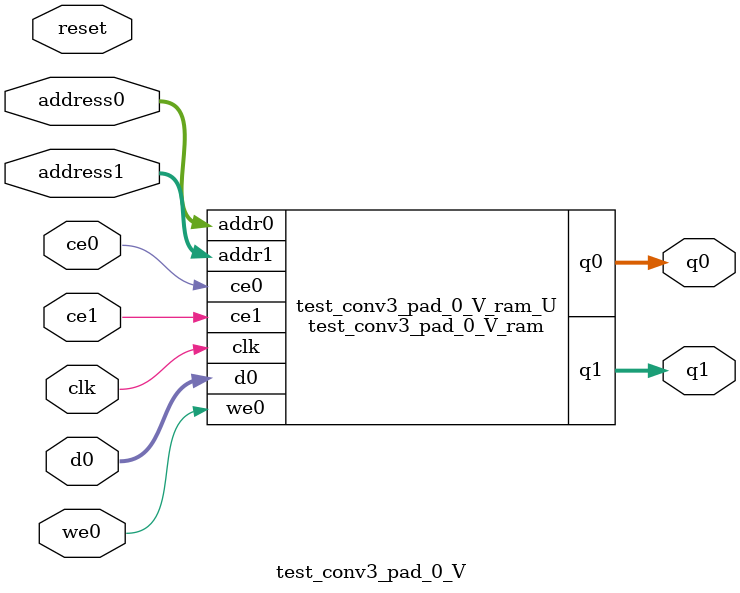
<source format=v>
`timescale 1 ns / 1 ps
module test_conv3_pad_0_V_ram (addr0, ce0, d0, we0, q0, addr1, ce1, q1,  clk);

parameter DWIDTH = 4;
parameter AWIDTH = 17;
parameter MEM_SIZE = 110208;

input[AWIDTH-1:0] addr0;
input ce0;
input[DWIDTH-1:0] d0;
input we0;
output reg[DWIDTH-1:0] q0;
input[AWIDTH-1:0] addr1;
input ce1;
output reg[DWIDTH-1:0] q1;
input clk;

(* ram_style = "block" *)reg [DWIDTH-1:0] ram[0:MEM_SIZE-1];




always @(posedge clk)  
begin 
    if (ce0) begin
        if (we0) 
            ram[addr0] <= d0; 
        q0 <= ram[addr0];
    end
end


always @(posedge clk)  
begin 
    if (ce1) begin
        q1 <= ram[addr1];
    end
end


endmodule

`timescale 1 ns / 1 ps
module test_conv3_pad_0_V(
    reset,
    clk,
    address0,
    ce0,
    we0,
    d0,
    q0,
    address1,
    ce1,
    q1);

parameter DataWidth = 32'd4;
parameter AddressRange = 32'd110208;
parameter AddressWidth = 32'd17;
input reset;
input clk;
input[AddressWidth - 1:0] address0;
input ce0;
input we0;
input[DataWidth - 1:0] d0;
output[DataWidth - 1:0] q0;
input[AddressWidth - 1:0] address1;
input ce1;
output[DataWidth - 1:0] q1;



test_conv3_pad_0_V_ram test_conv3_pad_0_V_ram_U(
    .clk( clk ),
    .addr0( address0 ),
    .ce0( ce0 ),
    .we0( we0 ),
    .d0( d0 ),
    .q0( q0 ),
    .addr1( address1 ),
    .ce1( ce1 ),
    .q1( q1 ));

endmodule


</source>
